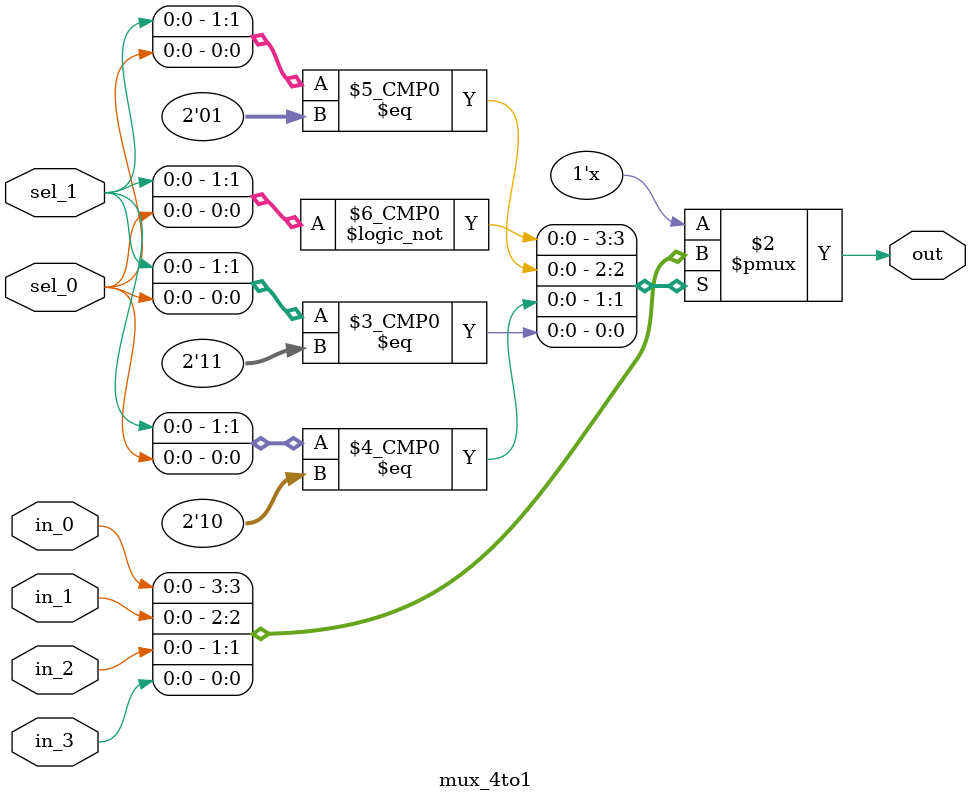
<source format=v>
module mux_4to1 (
    input wire sel_1,
    input wire sel_0,
    input wire in_0,
    input wire in_1,
    input wire in_2,
    input wire in_3,
    output reg out
);

  always @*
    case ({sel_1, sel_0})
        2'b00: out = in_0;
        2'b01: out = in_1;
        2'b10: out = in_2;
        2'b11: out = in_3;
    endcase

endmodule

</source>
